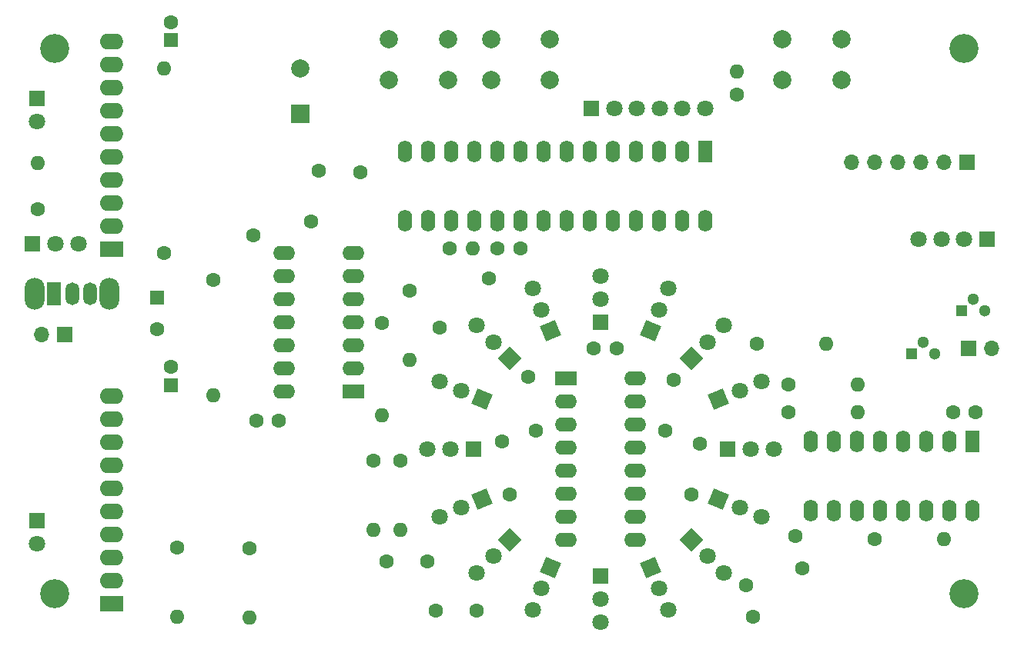
<source format=gbr>
%TF.GenerationSoftware,KiCad,Pcbnew,7.0.7*%
%TF.CreationDate,2023-08-23T01:14:16+09:00*%
%TF.ProjectId,maincircuit,6d61696e-6369-4726-9375-69742e6b6963,rev?*%
%TF.SameCoordinates,Original*%
%TF.FileFunction,Soldermask,Top*%
%TF.FilePolarity,Negative*%
%FSLAX46Y46*%
G04 Gerber Fmt 4.6, Leading zero omitted, Abs format (unit mm)*
G04 Created by KiCad (PCBNEW 7.0.7) date 2023-08-23 01:14:16*
%MOMM*%
%LPD*%
G01*
G04 APERTURE LIST*
G04 Aperture macros list*
%AMHorizOval*
0 Thick line with rounded ends*
0 $1 width*
0 $2 $3 position (X,Y) of the first rounded end (center of the circle)*
0 $4 $5 position (X,Y) of the second rounded end (center of the circle)*
0 Add line between two ends*
20,1,$1,$2,$3,$4,$5,0*
0 Add two circle primitives to create the rounded ends*
1,1,$1,$2,$3*
1,1,$1,$4,$5*%
%AMRotRect*
0 Rectangle, with rotation*
0 The origin of the aperture is its center*
0 $1 length*
0 $2 width*
0 $3 Rotation angle, in degrees counterclockwise*
0 Add horizontal line*
21,1,$1,$2,0,0,$3*%
G04 Aperture macros list end*
%ADD10C,1.600000*%
%ADD11O,1.600000X1.600000*%
%ADD12HorizOval,1.600000X0.000000X0.000000X0.000000X0.000000X0*%
%ADD13O,1.700000X1.700000*%
%ADD14R,1.700000X1.700000*%
%ADD15O,2.400000X1.600000*%
%ADD16R,2.400000X1.600000*%
%ADD17HorizOval,1.600000X0.000000X0.000000X0.000000X0.000000X0*%
%ADD18HorizOval,1.600000X0.000000X0.000000X0.000000X0.000000X0*%
%ADD19HorizOval,1.600000X0.000000X0.000000X0.000000X0.000000X0*%
%ADD20HorizOval,1.600000X0.000000X0.000000X0.000000X0.000000X0*%
%ADD21O,1.600000X2.400000*%
%ADD22R,1.600000X2.400000*%
%ADD23C,2.000000*%
%ADD24C,1.800000*%
%ADD25R,1.800000X1.800000*%
%ADD26C,1.300000*%
%ADD27R,1.300000X1.300000*%
%ADD28RotRect,1.800000X1.800000X225.000000*%
%ADD29RotRect,1.800000X1.800000X157.500000*%
%ADD30C,3.200000*%
%ADD31R,1.600000X1.600000*%
%ADD32O,2.610000X1.740000*%
%ADD33R,2.610000X1.740000*%
%ADD34RotRect,1.800000X1.800000X315.000000*%
%ADD35RotRect,1.800000X1.800000X45.000000*%
%ADD36RotRect,1.800000X1.800000X67.500000*%
%ADD37RotRect,1.800000X1.800000X337.500000*%
%ADD38RotRect,1.800000X1.800000X202.500000*%
%ADD39RotRect,1.800000X1.800000X247.500000*%
%ADD40RotRect,1.800000X1.800000X135.000000*%
%ADD41RotRect,1.800000X1.800000X292.500000*%
%ADD42RotRect,1.800000X1.800000X112.500000*%
%ADD43O,2.200000X3.500000*%
%ADD44R,1.500000X2.500000*%
%ADD45O,1.500000X2.500000*%
%ADD46R,2.000000X2.000000*%
%ADD47RotRect,1.800000X1.800000X22.500000*%
G04 APERTURE END LIST*
D10*
%TO.C,R6*%
X61000000Y-55090000D03*
D11*
X61000000Y-65250000D03*
%TD*%
D10*
%TO.C,R20*%
X64000000Y-51590000D03*
D11*
X64000000Y-59210000D03*
%TD*%
D10*
%TO.C,R10*%
X46400000Y-79900000D03*
D11*
X46400000Y-87520000D03*
%TD*%
D10*
%TO.C,R8*%
X38400000Y-79880000D03*
D11*
X38400000Y-87500000D03*
%TD*%
D10*
%TO.C,R7*%
X46800000Y-45500000D03*
D12*
X53984205Y-38315795D03*
%TD*%
%TO.C,R5*%
X58588154Y-38511846D03*
D10*
X53200000Y-43900000D03*
%TD*%
D13*
%TO.C,BT1*%
X23500000Y-56400000D03*
D14*
X26040000Y-56400000D03*
%TD*%
D15*
%TO.C,U1*%
X50180000Y-62625000D03*
X50180000Y-60085000D03*
X50180000Y-57545000D03*
X50180000Y-55005000D03*
X50180000Y-52465000D03*
X50180000Y-49925000D03*
X50180000Y-47385000D03*
X57800000Y-47385000D03*
X57800000Y-49925000D03*
X57800000Y-52465000D03*
X57800000Y-55005000D03*
X57800000Y-57545000D03*
X57800000Y-60085000D03*
D16*
X57800000Y-62625000D03*
%TD*%
D10*
%TO.C,R26*%
X71388154Y-86788154D03*
D17*
X66000000Y-81400000D03*
%TD*%
D11*
%TO.C,R9*%
X70995000Y-46900000D03*
D10*
X68455000Y-46900000D03*
%TD*%
%TO.C,R25*%
X66888154Y-86788154D03*
D17*
X61500000Y-81400000D03*
%TD*%
D10*
%TO.C,R24*%
X63000000Y-70280000D03*
D11*
X63000000Y-77900000D03*
%TD*%
%TO.C,R23*%
X60000000Y-77900000D03*
D10*
X60000000Y-70280000D03*
%TD*%
D18*
%TO.C,R22*%
X75011976Y-73979981D03*
D10*
X77928024Y-66940019D03*
%TD*%
D18*
%TO.C,R21*%
X74171976Y-68119981D03*
D10*
X77088024Y-61080019D03*
%TD*%
D19*
%TO.C,R19*%
X67305923Y-55594077D03*
D10*
X72694077Y-50205923D03*
%TD*%
%TO.C,R18*%
X102190000Y-57400000D03*
D11*
X109810000Y-57400000D03*
%TD*%
D10*
%TO.C,R17*%
X105690000Y-61900000D03*
D11*
X113310000Y-61900000D03*
%TD*%
D10*
%TO.C,R16*%
X105690000Y-64900000D03*
D11*
X113310000Y-64900000D03*
%TD*%
D20*
%TO.C,R15*%
X93041976Y-61380019D03*
D10*
X95958024Y-68419981D03*
%TD*%
%TO.C,R14*%
X94996048Y-74019962D03*
D20*
X92080000Y-66980000D03*
%TD*%
D10*
%TO.C,R13*%
X101005923Y-83994077D03*
D12*
X106394077Y-78605923D03*
%TD*%
D10*
%TO.C,R12*%
X101811846Y-87488154D03*
D12*
X107200000Y-82100000D03*
%TD*%
D11*
%TO.C,R11*%
X122805000Y-78900000D03*
D10*
X115185000Y-78900000D03*
%TD*%
D11*
%TO.C,R2*%
X23100000Y-37520000D03*
D10*
X23100000Y-42600000D03*
%TD*%
D21*
%TO.C,IC1*%
X96525000Y-43820000D03*
X93985000Y-43820000D03*
X91445000Y-43820000D03*
X88905000Y-43820000D03*
X86365000Y-43820000D03*
X83825000Y-43820000D03*
X81285000Y-43820000D03*
X78745000Y-43820000D03*
X76205000Y-43820000D03*
X73665000Y-43820000D03*
X71125000Y-43820000D03*
X68585000Y-43820000D03*
X66045000Y-43820000D03*
X63505000Y-43820000D03*
X63505000Y-36200000D03*
X66045000Y-36200000D03*
X68585000Y-36200000D03*
X71125000Y-36200000D03*
X73665000Y-36200000D03*
X76205000Y-36200000D03*
X78745000Y-36200000D03*
X81285000Y-36200000D03*
X83825000Y-36200000D03*
X86365000Y-36200000D03*
X88905000Y-36200000D03*
X91445000Y-36200000D03*
X93985000Y-36200000D03*
D22*
X96525000Y-36200000D03*
%TD*%
D10*
%TO.C,R3*%
X37000000Y-47400000D03*
D11*
X37000000Y-27080000D03*
%TD*%
%TO.C,R4*%
X42400000Y-63100000D03*
D10*
X42400000Y-50400000D03*
%TD*%
D22*
%TO.C,U2*%
X125875000Y-68140500D03*
D21*
X123335000Y-68140500D03*
X120795000Y-68140500D03*
X118255000Y-68140500D03*
X115715000Y-68140500D03*
X113175000Y-68140500D03*
X110635000Y-68140500D03*
X108095000Y-68140500D03*
X108095000Y-75760500D03*
X110635000Y-75760500D03*
X113175000Y-75760500D03*
X115715000Y-75760500D03*
X118255000Y-75760500D03*
X120795000Y-75760500D03*
X123335000Y-75760500D03*
X125875000Y-75760500D03*
%TD*%
D23*
%TO.C,SW2*%
X105000000Y-23900000D03*
X111500000Y-23900000D03*
X105000000Y-28400000D03*
X111500000Y-28400000D03*
%TD*%
D24*
%TO.C,LED1*%
X85000000Y-88080000D03*
X85000000Y-85540000D03*
D25*
X85000000Y-83000000D03*
%TD*%
D24*
%TO.C,J2*%
X96500000Y-31500000D03*
X94000000Y-31500000D03*
X91500000Y-31500000D03*
X89000000Y-31500000D03*
X86500000Y-31500000D03*
D25*
X84000000Y-31500000D03*
%TD*%
D23*
%TO.C,SW4*%
X68250000Y-28400000D03*
X61750000Y-28400000D03*
X68250000Y-23900000D03*
X61750000Y-23900000D03*
%TD*%
D11*
%TO.C,R1*%
X100000000Y-27405000D03*
D10*
X100000000Y-29945000D03*
%TD*%
D26*
%TO.C,Tr2*%
X127270000Y-53760000D03*
X126000000Y-52490000D03*
D27*
X124730000Y-53760000D03*
%TD*%
D24*
%TO.C,LED15*%
X71407898Y-82592102D03*
X73203949Y-80796051D03*
D28*
X75000000Y-79000000D03*
%TD*%
D24*
%TO.C,LED12*%
X67306692Y-61555968D03*
X69653346Y-62527984D03*
D29*
X72000000Y-63500000D03*
%TD*%
D30*
%TO.C,REF\u002A\u002A*%
X125000000Y-24900000D03*
%TD*%
D31*
%TO.C,C5*%
X37750000Y-61955113D03*
D10*
X37750000Y-59955113D03*
%TD*%
D32*
%TO.C,Q1*%
X31250000Y-24090000D03*
X31250000Y-26630000D03*
X31250000Y-29170000D03*
X31250000Y-31710000D03*
X31250000Y-34250000D03*
X31250000Y-36790000D03*
X31250000Y-39330000D03*
X31250000Y-41870000D03*
X31250000Y-44410000D03*
D33*
X31250000Y-46950000D03*
%TD*%
D24*
%TO.C,LED3*%
X98592102Y-82592102D03*
X96796051Y-80796051D03*
D34*
X95000000Y-79000000D03*
%TD*%
D30*
%TO.C,REF\u002A\u002A*%
X25000000Y-84900000D03*
%TD*%
D14*
%TO.C,J1*%
X125350000Y-37400000D03*
D13*
X122810000Y-37400000D03*
X120270000Y-37400000D03*
X117730000Y-37400000D03*
X115190000Y-37400000D03*
X112650000Y-37400000D03*
%TD*%
D10*
%TO.C,C3*%
X47150000Y-65900000D03*
X49650000Y-65900000D03*
%TD*%
D24*
%TO.C,LED7*%
X98592102Y-55407898D03*
X96796051Y-57203949D03*
D35*
X95000000Y-59000000D03*
%TD*%
D15*
%TO.C,U3*%
X88795000Y-61225000D03*
X88795000Y-63765000D03*
X88795000Y-66305000D03*
X88795000Y-68845000D03*
X88795000Y-71385000D03*
X88795000Y-73925000D03*
X88795000Y-76465000D03*
X88795000Y-79005000D03*
X81175000Y-79005000D03*
X81175000Y-76465000D03*
X81175000Y-73925000D03*
X81175000Y-71385000D03*
X81175000Y-68845000D03*
X81175000Y-66305000D03*
X81175000Y-63765000D03*
D16*
X81175000Y-61225000D03*
%TD*%
D24*
%TO.C,LED8*%
X92444032Y-51306692D03*
X91472016Y-53653346D03*
D36*
X90500000Y-56000000D03*
%TD*%
D23*
%TO.C,SW3*%
X79450000Y-28400000D03*
X72950000Y-28400000D03*
X79450000Y-23900000D03*
X72950000Y-23900000D03*
%TD*%
D24*
%TO.C,LED4*%
X102693308Y-76444032D03*
X100346654Y-75472016D03*
D37*
X98000000Y-74500000D03*
%TD*%
D24*
%TO.C,LED14*%
X67306692Y-76444032D03*
X69653346Y-75472016D03*
D38*
X72000000Y-74500000D03*
%TD*%
D24*
%TO.C,LED9*%
X85000000Y-49920000D03*
X85000000Y-52460000D03*
D25*
X85000000Y-55000000D03*
%TD*%
D10*
%TO.C,C6*%
X126250000Y-64900000D03*
X123750000Y-64900000D03*
%TD*%
D24*
%TO.C,LED16*%
X77555968Y-86693308D03*
X78527984Y-84346654D03*
D39*
X79500000Y-82000000D03*
%TD*%
D24*
%TO.C,LED11*%
X71407898Y-55407898D03*
X73203949Y-57203949D03*
D40*
X75000000Y-59000000D03*
%TD*%
D24*
%TO.C,LED2*%
X92444032Y-86693308D03*
X91472016Y-84346654D03*
D41*
X90500000Y-82000000D03*
%TD*%
D30*
%TO.C,REF\u002A\u002A*%
X25000000Y-24900000D03*
%TD*%
D10*
%TO.C,C2*%
X36200000Y-55800000D03*
D31*
X36200000Y-52300000D03*
%TD*%
D24*
%TO.C,LED10*%
X77555968Y-51306692D03*
X78527984Y-53653346D03*
D42*
X79500000Y-56000000D03*
%TD*%
D13*
%TO.C,P1*%
X128040000Y-57900000D03*
D14*
X125500000Y-57900000D03*
%TD*%
D43*
%TO.C,SW1*%
X22800000Y-51900000D03*
X31000000Y-51900000D03*
D44*
X24900000Y-51900000D03*
D45*
X26900000Y-51900000D03*
X28900000Y-51900000D03*
%TD*%
D30*
%TO.C,REF\u002A\u002A*%
X125000000Y-84900000D03*
%TD*%
D24*
%TO.C,J3*%
X120000000Y-45900000D03*
X122500000Y-45900000D03*
X125000000Y-45900000D03*
D25*
X127500000Y-45900000D03*
%TD*%
D10*
%TO.C,C7*%
X84250000Y-57900000D03*
X86750000Y-57900000D03*
%TD*%
D24*
%TO.C,J6*%
X23000000Y-79400000D03*
D25*
X23000000Y-76900000D03*
%TD*%
D23*
%TO.C,LS1*%
X52000000Y-27100000D03*
D46*
X52000000Y-32100000D03*
%TD*%
D24*
%TO.C,LED13*%
X65920000Y-69000000D03*
X68460000Y-69000000D03*
D25*
X71000000Y-69000000D03*
%TD*%
%TO.C,J5*%
X23000000Y-30400000D03*
D24*
X23000000Y-32900000D03*
%TD*%
D27*
%TO.C,Tr1*%
X119230000Y-58540000D03*
D26*
X120500000Y-57270000D03*
X121770000Y-58540000D03*
%TD*%
D24*
%TO.C,PWR1*%
X27630000Y-46400000D03*
X25090000Y-46400000D03*
D25*
X22550000Y-46400000D03*
%TD*%
D10*
%TO.C,C4*%
X37750000Y-22000000D03*
D31*
X37750000Y-24000000D03*
%TD*%
D47*
%TO.C,LED6*%
X98000000Y-63500000D03*
D24*
X100346654Y-62527984D03*
X102693308Y-61555968D03*
%TD*%
D10*
%TO.C,C1*%
X73700000Y-46900000D03*
X76200000Y-46900000D03*
%TD*%
D24*
%TO.C,LED5*%
X104080000Y-69000000D03*
X101540000Y-69000000D03*
D25*
X99000000Y-69000000D03*
%TD*%
D33*
%TO.C,Q2*%
X31250000Y-86000000D03*
D32*
X31250000Y-83460000D03*
X31250000Y-80920000D03*
X31250000Y-78380000D03*
X31250000Y-75840000D03*
X31250000Y-73300000D03*
X31250000Y-70760000D03*
X31250000Y-68220000D03*
X31250000Y-65680000D03*
X31250000Y-63140000D03*
%TD*%
M02*

</source>
